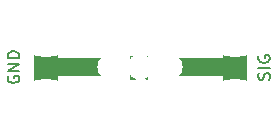
<source format=gto>
%TF.GenerationSoftware,KiCad,Pcbnew,4.0.5-e0-6337~49~ubuntu16.04.1*%
%TF.CreationDate,2017-06-21T19:46:10-07:00*%
%TF.ProjectId,2x3-Servo-Header,3278332D536572766F2D486561646572,v1.2*%
%TF.FileFunction,Legend,Top*%
%FSLAX46Y46*%
G04 Gerber Fmt 4.6, Leading zero omitted, Abs format (unit mm)*
G04 Created by KiCad (PCBNEW 4.0.5-e0-6337~49~ubuntu16.04.1) date Wed Jun 21 19:46:10 2017*
%MOMM*%
%LPD*%
G01*
G04 APERTURE LIST*
%ADD10C,0.350000*%
%ADD11C,1.500000*%
%ADD12C,2.000000*%
%ADD13C,0.150000*%
%ADD14C,2.152400*%
%ADD15C,6.152400*%
G04 APERTURE END LIST*
D10*
D11*
X34724400Y-37134800D02*
X34724400Y-29134800D01*
D12*
X26824400Y-37634800D02*
X26824400Y-28634800D01*
X42824400Y-37634800D02*
X42824400Y-28634800D01*
D11*
X26674400Y-33034800D02*
X32199400Y-33034800D01*
X37374400Y-33034800D02*
X42899400Y-33034800D01*
D13*
X34376781Y-31368133D02*
X35376781Y-31034800D01*
X34376781Y-30701466D01*
X35281543Y-29796704D02*
X35329162Y-29844323D01*
X35376781Y-29987180D01*
X35376781Y-30082418D01*
X35329162Y-30225276D01*
X35233924Y-30320514D01*
X35138686Y-30368133D01*
X34948210Y-30415752D01*
X34805352Y-30415752D01*
X34614876Y-30368133D01*
X34519638Y-30320514D01*
X34424400Y-30225276D01*
X34376781Y-30082418D01*
X34376781Y-29987180D01*
X34424400Y-29844323D01*
X34472019Y-29796704D01*
X35281543Y-28796704D02*
X35329162Y-28844323D01*
X35376781Y-28987180D01*
X35376781Y-29082418D01*
X35329162Y-29225276D01*
X35233924Y-29320514D01*
X35138686Y-29368133D01*
X34948210Y-29415752D01*
X34805352Y-29415752D01*
X34614876Y-29368133D01*
X34519638Y-29320514D01*
X34424400Y-29225276D01*
X34376781Y-29082418D01*
X34376781Y-28987180D01*
X34424400Y-28844323D01*
X34472019Y-28796704D01*
X23599400Y-33846704D02*
X23551781Y-33941942D01*
X23551781Y-34084799D01*
X23599400Y-34227657D01*
X23694638Y-34322895D01*
X23789876Y-34370514D01*
X23980352Y-34418133D01*
X24123210Y-34418133D01*
X24313686Y-34370514D01*
X24408924Y-34322895D01*
X24504162Y-34227657D01*
X24551781Y-34084799D01*
X24551781Y-33989561D01*
X24504162Y-33846704D01*
X24456543Y-33799085D01*
X24123210Y-33799085D01*
X24123210Y-33989561D01*
X24551781Y-33370514D02*
X23551781Y-33370514D01*
X24551781Y-32799085D01*
X23551781Y-32799085D01*
X24551781Y-32322895D02*
X23551781Y-32322895D01*
X23551781Y-32084800D01*
X23599400Y-31941942D01*
X23694638Y-31846704D01*
X23789876Y-31799085D01*
X23980352Y-31751466D01*
X24123210Y-31751466D01*
X24313686Y-31799085D01*
X24408924Y-31846704D01*
X24504162Y-31941942D01*
X24551781Y-32084800D01*
X24551781Y-32322895D01*
X45729162Y-34133609D02*
X45776781Y-33990752D01*
X45776781Y-33752656D01*
X45729162Y-33657418D01*
X45681543Y-33609799D01*
X45586305Y-33562180D01*
X45491067Y-33562180D01*
X45395829Y-33609799D01*
X45348210Y-33657418D01*
X45300590Y-33752656D01*
X45252971Y-33943133D01*
X45205352Y-34038371D01*
X45157733Y-34085990D01*
X45062495Y-34133609D01*
X44967257Y-34133609D01*
X44872019Y-34085990D01*
X44824400Y-34038371D01*
X44776781Y-33943133D01*
X44776781Y-33705037D01*
X44824400Y-33562180D01*
X45776781Y-33133609D02*
X44776781Y-33133609D01*
X44824400Y-32133609D02*
X44776781Y-32228847D01*
X44776781Y-32371704D01*
X44824400Y-32514562D01*
X44919638Y-32609800D01*
X45014876Y-32657419D01*
X45205352Y-32705038D01*
X45348210Y-32705038D01*
X45538686Y-32657419D01*
X45633924Y-32609800D01*
X45729162Y-32514562D01*
X45776781Y-32371704D01*
X45776781Y-32276466D01*
X45729162Y-32133609D01*
X45681543Y-32085990D01*
X45348210Y-32085990D01*
X45348210Y-32276466D01*
%LPC*%
D14*
X34764400Y-33034800D03*
D15*
X26824400Y-37134800D03*
X26824400Y-29134800D03*
X34824400Y-29134800D03*
X34824400Y-37134800D03*
D14*
X32224400Y-33034800D03*
X37304400Y-33034800D03*
D15*
X42824400Y-29134800D03*
X42824400Y-37134800D03*
M02*

</source>
